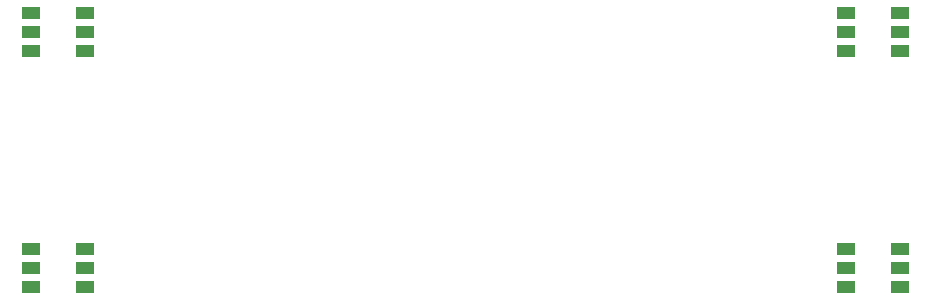
<source format=gbp>
G04 Layer_Color=16770453*
%FSLAX24Y24*%
%MOIN*%
G70*
G01*
G75*
%ADD32R,0.0591X0.0394*%
D32*
X14685Y32835D02*
D03*
Y33465D02*
D03*
Y34094D02*
D03*
X12874D02*
D03*
Y33465D02*
D03*
Y32835D02*
D03*
X14685Y24961D02*
D03*
Y25591D02*
D03*
Y26220D02*
D03*
X12874D02*
D03*
Y25591D02*
D03*
Y24961D02*
D03*
X41850D02*
D03*
Y25591D02*
D03*
Y26220D02*
D03*
X40039D02*
D03*
Y25591D02*
D03*
Y24961D02*
D03*
X41850Y32835D02*
D03*
Y33465D02*
D03*
Y34094D02*
D03*
X40039D02*
D03*
Y33465D02*
D03*
Y32835D02*
D03*
M02*

</source>
